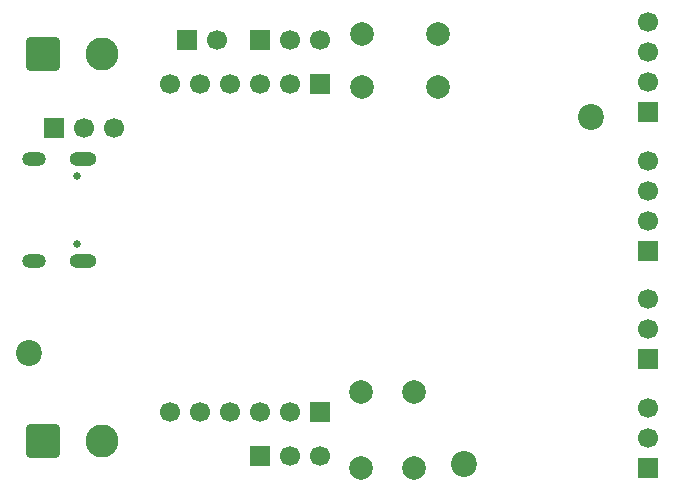
<source format=gbr>
%TF.GenerationSoftware,KiCad,Pcbnew,9.0.3*%
%TF.CreationDate,2025-08-10T23:57:32-04:00*%
%TF.ProjectId,Hydra_Driver,48796472-615f-4447-9269-7665722e6b69,rev?*%
%TF.SameCoordinates,Original*%
%TF.FileFunction,Soldermask,Bot*%
%TF.FilePolarity,Negative*%
%FSLAX46Y46*%
G04 Gerber Fmt 4.6, Leading zero omitted, Abs format (unit mm)*
G04 Created by KiCad (PCBNEW 9.0.3) date 2025-08-10 23:57:32*
%MOMM*%
%LPD*%
G01*
G04 APERTURE LIST*
G04 Aperture macros list*
%AMRoundRect*
0 Rectangle with rounded corners*
0 $1 Rounding radius*
0 $2 $3 $4 $5 $6 $7 $8 $9 X,Y pos of 4 corners*
0 Add a 4 corners polygon primitive as box body*
4,1,4,$2,$3,$4,$5,$6,$7,$8,$9,$2,$3,0*
0 Add four circle primitives for the rounded corners*
1,1,$1+$1,$2,$3*
1,1,$1+$1,$4,$5*
1,1,$1+$1,$6,$7*
1,1,$1+$1,$8,$9*
0 Add four rect primitives between the rounded corners*
20,1,$1+$1,$2,$3,$4,$5,0*
20,1,$1+$1,$4,$5,$6,$7,0*
20,1,$1+$1,$6,$7,$8,$9,0*
20,1,$1+$1,$8,$9,$2,$3,0*%
G04 Aperture macros list end*
%ADD10R,1.700000X1.700000*%
%ADD11C,1.700000*%
%ADD12RoundRect,0.250001X-1.149999X-1.149999X1.149999X-1.149999X1.149999X1.149999X-1.149999X1.149999X0*%
%ADD13C,2.800000*%
%ADD14C,0.650000*%
%ADD15O,2.304000X1.204000*%
%ADD16O,2.004000X1.204000*%
%ADD17C,2.000000*%
%ADD18C,2.200000*%
G04 APERTURE END LIST*
D10*
%TO.C,J10*%
X22170000Y-3500000D03*
D11*
X24710000Y-3500000D03*
X27250000Y-3500000D03*
%TD*%
D12*
%TO.C,J2*%
X3750000Y-37500000D03*
D13*
X8750000Y-37500000D03*
%TD*%
D10*
%TO.C,J4*%
X22170000Y-38750000D03*
D11*
X24710000Y-38750000D03*
X27250000Y-38750000D03*
%TD*%
D14*
%TO.C,J1*%
X6680000Y-15000000D03*
X6680000Y-20780000D03*
D15*
X7180000Y-13570000D03*
X7180000Y-22210000D03*
D16*
X3000000Y-13570000D03*
X3000000Y-22210000D03*
%TD*%
D17*
%TO.C,SW2*%
X30700000Y-39800000D03*
X30700000Y-33300000D03*
X35200000Y-39800000D03*
X35200000Y-33300000D03*
%TD*%
D18*
%TO.C,REF\u002A\u002A*%
X39400000Y-39400000D03*
%TD*%
D17*
%TO.C,SW1*%
X30750000Y-3000000D03*
X37250000Y-3000000D03*
X30750000Y-7500000D03*
X37250000Y-7500000D03*
%TD*%
D12*
%TO.C,J13*%
X3750000Y-4750000D03*
D13*
X8750000Y-4750000D03*
%TD*%
D10*
%TO.C,J8*%
X4710000Y-11000000D03*
D11*
X7250000Y-11000000D03*
X9790000Y-11000000D03*
%TD*%
D18*
%TO.C,REF\u002A\u002A*%
X50200000Y-10000000D03*
%TD*%
%TO.C,REF\u002A\u002A*%
X2600000Y-30000000D03*
%TD*%
D10*
%TO.C,J7*%
X15960000Y-3500000D03*
D11*
X18500000Y-3500000D03*
%TD*%
D10*
%TO.C,J11*%
X55000000Y-21370000D03*
D11*
X55000000Y-18830000D03*
X55000000Y-16290000D03*
X55000000Y-13750000D03*
%TD*%
D10*
%TO.C,J6*%
X55000000Y-39750000D03*
D11*
X55000000Y-37210000D03*
X55000000Y-34670000D03*
%TD*%
D10*
%TO.C,J12*%
X55000000Y-30500000D03*
D11*
X55000000Y-27960000D03*
X55000000Y-25420000D03*
%TD*%
D10*
%TO.C,J5*%
X55000000Y-9620000D03*
D11*
X55000000Y-7080000D03*
X55000000Y-4540000D03*
X55000000Y-2000000D03*
%TD*%
D10*
%TO.C,J3*%
X27200000Y-35000000D03*
D11*
X24660000Y-35000000D03*
X22120000Y-35000000D03*
X19580000Y-35000000D03*
X17040000Y-35000000D03*
X14500000Y-35000000D03*
%TD*%
D10*
%TO.C,J9*%
X27200000Y-7250000D03*
D11*
X24660000Y-7250000D03*
X22120000Y-7250000D03*
X19580000Y-7250000D03*
X17040000Y-7250000D03*
X14500000Y-7250000D03*
%TD*%
M02*

</source>
